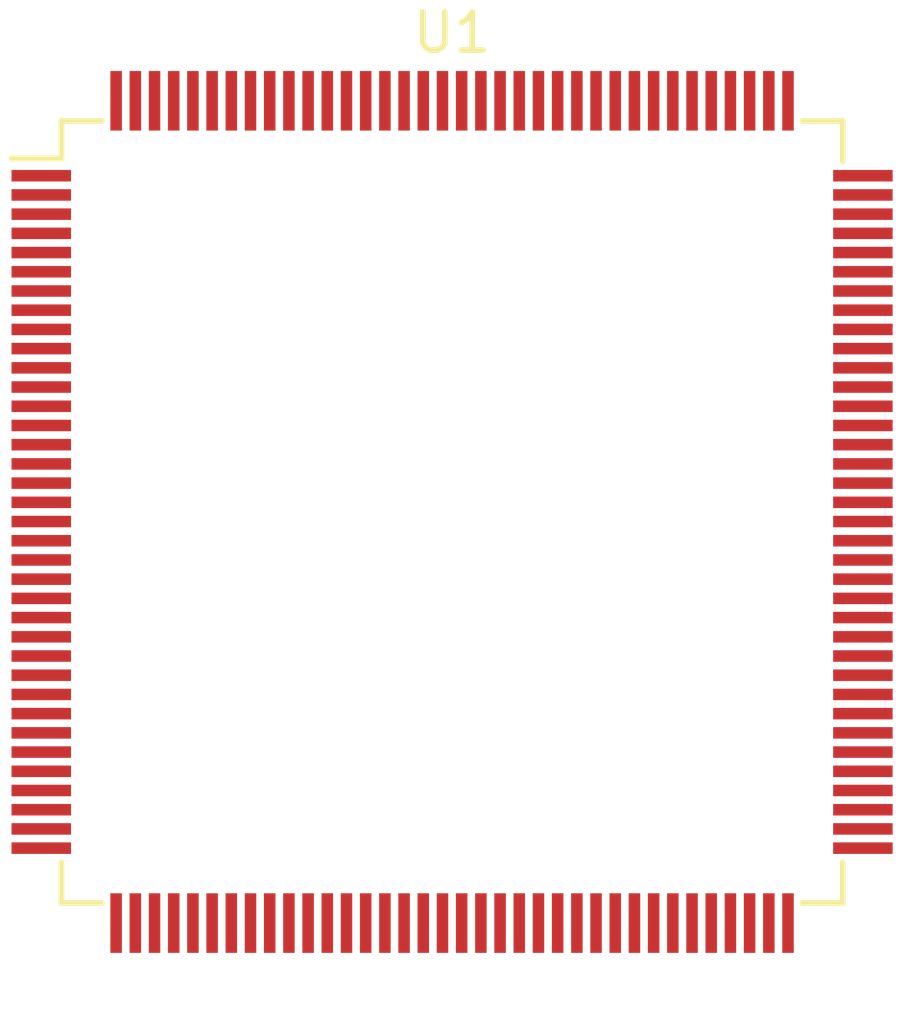
<source format=kicad_pcb>
(kicad_pcb (version 20170123) (host pcbnew "(2017-09-01 revision 8d1475135)-makepkg")

  (general
    (thickness 1.6)
    (drawings 0)
    (tracks 0)
    (zones 0)
    (modules 1)
    (nets 145)
  )

  (page A4)
  (layers
    (0 F.Cu signal)
    (31 B.Cu signal)
    (32 B.Adhes user)
    (33 F.Adhes user)
    (34 B.Paste user)
    (35 F.Paste user)
    (36 B.SilkS user)
    (37 F.SilkS user)
    (38 B.Mask user)
    (39 F.Mask user)
    (40 Dwgs.User user)
    (41 Cmts.User user)
    (42 Eco1.User user)
    (43 Eco2.User user)
    (44 Edge.Cuts user)
    (45 Margin user)
    (46 B.CrtYd user)
    (47 F.CrtYd user)
    (48 B.Fab user)
    (49 F.Fab user)
  )

  (setup
    (last_trace_width 0.25)
    (trace_clearance 0.2)
    (zone_clearance 0.508)
    (zone_45_only no)
    (trace_min 0.2)
    (segment_width 0.2)
    (edge_width 0.15)
    (via_size 0.8)
    (via_drill 0.4)
    (via_min_size 0.4)
    (via_min_drill 0.3)
    (uvia_size 0.3)
    (uvia_drill 0.1)
    (uvias_allowed no)
    (uvia_min_size 0.2)
    (uvia_min_drill 0.1)
    (pcb_text_width 0.3)
    (pcb_text_size 1.5 1.5)
    (mod_edge_width 0.15)
    (mod_text_size 1 1)
    (mod_text_width 0.15)
    (pad_size 1.524 1.524)
    (pad_drill 0.762)
    (pad_to_mask_clearance 0.2)
    (aux_axis_origin 0 0)
    (visible_elements FFFFFF7F)
    (pcbplotparams
      (layerselection 0x00030_ffffffff)
      (usegerberextensions false)
      (usegerberattributes true)
      (usegerberadvancedattributes true)
      (creategerberjobfile true)
      (excludeedgelayer true)
      (linewidth 0.100000)
      (plotframeref false)
      (viasonmask false)
      (mode 1)
      (useauxorigin false)
      (hpglpennumber 1)
      (hpglpenspeed 20)
      (hpglpendiameter 15)
      (psnegative false)
      (psa4output false)
      (plotreference true)
      (plotvalue true)
      (plotinvisibletext false)
      (padsonsilk false)
      (subtractmaskfromsilk false)
      (outputformat 1)
      (mirror false)
      (drillshape 1)
      (scaleselection 1)
      (outputdirectory ""))
  )

  (net 0 "")
  (net 1 "Net-(U1-Pad144)")
  (net 2 "Net-(U1-Pad143)")
  (net 3 "Net-(U1-Pad142)")
  (net 4 "Net-(U1-Pad141)")
  (net 5 "Net-(U1-Pad140)")
  (net 6 "Net-(U1-Pad139)")
  (net 7 "Net-(U1-Pad138)")
  (net 8 "Net-(U1-Pad137)")
  (net 9 "Net-(U1-Pad136)")
  (net 10 "Net-(U1-Pad135)")
  (net 11 "Net-(U1-Pad134)")
  (net 12 "Net-(U1-Pad133)")
  (net 13 "Net-(U1-Pad132)")
  (net 14 "Net-(U1-Pad131)")
  (net 15 "Net-(U1-Pad130)")
  (net 16 "Net-(U1-Pad129)")
  (net 17 "Net-(U1-Pad128)")
  (net 18 "Net-(U1-Pad127)")
  (net 19 "Net-(U1-Pad126)")
  (net 20 "Net-(U1-Pad125)")
  (net 21 "Net-(U1-Pad124)")
  (net 22 "Net-(U1-Pad123)")
  (net 23 "Net-(U1-Pad122)")
  (net 24 "Net-(U1-Pad121)")
  (net 25 "Net-(U1-Pad120)")
  (net 26 "Net-(U1-Pad119)")
  (net 27 "Net-(U1-Pad118)")
  (net 28 "Net-(U1-Pad117)")
  (net 29 "Net-(U1-Pad116)")
  (net 30 "Net-(U1-Pad115)")
  (net 31 "Net-(U1-Pad114)")
  (net 32 "Net-(U1-Pad113)")
  (net 33 "Net-(U1-Pad112)")
  (net 34 "Net-(U1-Pad111)")
  (net 35 "Net-(U1-Pad110)")
  (net 36 "Net-(U1-Pad109)")
  (net 37 "Net-(U1-Pad108)")
  (net 38 "Net-(U1-Pad107)")
  (net 39 "Net-(U1-Pad106)")
  (net 40 "Net-(U1-Pad105)")
  (net 41 "Net-(U1-Pad104)")
  (net 42 "Net-(U1-Pad103)")
  (net 43 "Net-(U1-Pad102)")
  (net 44 "Net-(U1-Pad101)")
  (net 45 "Net-(U1-Pad100)")
  (net 46 "Net-(U1-Pad99)")
  (net 47 "Net-(U1-Pad98)")
  (net 48 "Net-(U1-Pad97)")
  (net 49 "Net-(U1-Pad96)")
  (net 50 "Net-(U1-Pad95)")
  (net 51 "Net-(U1-Pad94)")
  (net 52 "Net-(U1-Pad93)")
  (net 53 "Net-(U1-Pad92)")
  (net 54 "Net-(U1-Pad91)")
  (net 55 "Net-(U1-Pad90)")
  (net 56 "Net-(U1-Pad89)")
  (net 57 "Net-(U1-Pad88)")
  (net 58 "Net-(U1-Pad87)")
  (net 59 "Net-(U1-Pad86)")
  (net 60 "Net-(U1-Pad85)")
  (net 61 "Net-(U1-Pad84)")
  (net 62 "Net-(U1-Pad83)")
  (net 63 "Net-(U1-Pad82)")
  (net 64 "Net-(U1-Pad81)")
  (net 65 "Net-(U1-Pad80)")
  (net 66 "Net-(U1-Pad79)")
  (net 67 "Net-(U1-Pad78)")
  (net 68 "Net-(U1-Pad77)")
  (net 69 "Net-(U1-Pad76)")
  (net 70 "Net-(U1-Pad75)")
  (net 71 "Net-(U1-Pad74)")
  (net 72 "Net-(U1-Pad73)")
  (net 73 "Net-(U1-Pad72)")
  (net 74 "Net-(U1-Pad71)")
  (net 75 "Net-(U1-Pad70)")
  (net 76 "Net-(U1-Pad69)")
  (net 77 "Net-(U1-Pad68)")
  (net 78 "Net-(U1-Pad67)")
  (net 79 "Net-(U1-Pad66)")
  (net 80 "Net-(U1-Pad65)")
  (net 81 "Net-(U1-Pad64)")
  (net 82 "Net-(U1-Pad63)")
  (net 83 "Net-(U1-Pad62)")
  (net 84 "Net-(U1-Pad61)")
  (net 85 "Net-(U1-Pad60)")
  (net 86 "Net-(U1-Pad59)")
  (net 87 "Net-(U1-Pad58)")
  (net 88 "Net-(U1-Pad57)")
  (net 89 "Net-(U1-Pad56)")
  (net 90 "Net-(U1-Pad55)")
  (net 91 "Net-(U1-Pad54)")
  (net 92 "Net-(U1-Pad53)")
  (net 93 "Net-(U1-Pad52)")
  (net 94 "Net-(U1-Pad51)")
  (net 95 "Net-(U1-Pad50)")
  (net 96 "Net-(U1-Pad49)")
  (net 97 "Net-(U1-Pad48)")
  (net 98 "Net-(U1-Pad47)")
  (net 99 "Net-(U1-Pad46)")
  (net 100 "Net-(U1-Pad45)")
  (net 101 "Net-(U1-Pad44)")
  (net 102 "Net-(U1-Pad43)")
  (net 103 "Net-(U1-Pad42)")
  (net 104 "Net-(U1-Pad41)")
  (net 105 "Net-(U1-Pad40)")
  (net 106 "Net-(U1-Pad39)")
  (net 107 "Net-(U1-Pad38)")
  (net 108 "Net-(U1-Pad37)")
  (net 109 "Net-(U1-Pad36)")
  (net 110 "Net-(U1-Pad35)")
  (net 111 "Net-(U1-Pad34)")
  (net 112 "Net-(U1-Pad33)")
  (net 113 "Net-(U1-Pad32)")
  (net 114 "Net-(U1-Pad31)")
  (net 115 "Net-(U1-Pad30)")
  (net 116 "Net-(U1-Pad29)")
  (net 117 "Net-(U1-Pad28)")
  (net 118 "Net-(U1-Pad27)")
  (net 119 "Net-(U1-Pad26)")
  (net 120 "Net-(U1-Pad25)")
  (net 121 "Net-(U1-Pad24)")
  (net 122 "Net-(U1-Pad23)")
  (net 123 "Net-(U1-Pad22)")
  (net 124 "Net-(U1-Pad21)")
  (net 125 "Net-(U1-Pad20)")
  (net 126 "Net-(U1-Pad19)")
  (net 127 "Net-(U1-Pad18)")
  (net 128 "Net-(U1-Pad17)")
  (net 129 "Net-(U1-Pad16)")
  (net 130 "Net-(U1-Pad15)")
  (net 131 "Net-(U1-Pad14)")
  (net 132 "Net-(U1-Pad13)")
  (net 133 "Net-(U1-Pad12)")
  (net 134 "Net-(U1-Pad11)")
  (net 135 "Net-(U1-Pad10)")
  (net 136 "Net-(U1-Pad9)")
  (net 137 "Net-(U1-Pad8)")
  (net 138 "Net-(U1-Pad7)")
  (net 139 "Net-(U1-Pad6)")
  (net 140 "Net-(U1-Pad5)")
  (net 141 "Net-(U1-Pad4)")
  (net 142 "Net-(U1-Pad3)")
  (net 143 "Net-(U1-Pad2)")
  (net 144 "Net-(U1-Pad1)")

  (net_class Default "This is the default net class."
    (clearance 0.2)
    (trace_width 0.25)
    (via_dia 0.8)
    (via_drill 0.4)
    (uvia_dia 0.3)
    (uvia_drill 0.1)
    (add_net "Net-(U1-Pad1)")
    (add_net "Net-(U1-Pad10)")
    (add_net "Net-(U1-Pad100)")
    (add_net "Net-(U1-Pad101)")
    (add_net "Net-(U1-Pad102)")
    (add_net "Net-(U1-Pad103)")
    (add_net "Net-(U1-Pad104)")
    (add_net "Net-(U1-Pad105)")
    (add_net "Net-(U1-Pad106)")
    (add_net "Net-(U1-Pad107)")
    (add_net "Net-(U1-Pad108)")
    (add_net "Net-(U1-Pad109)")
    (add_net "Net-(U1-Pad11)")
    (add_net "Net-(U1-Pad110)")
    (add_net "Net-(U1-Pad111)")
    (add_net "Net-(U1-Pad112)")
    (add_net "Net-(U1-Pad113)")
    (add_net "Net-(U1-Pad114)")
    (add_net "Net-(U1-Pad115)")
    (add_net "Net-(U1-Pad116)")
    (add_net "Net-(U1-Pad117)")
    (add_net "Net-(U1-Pad118)")
    (add_net "Net-(U1-Pad119)")
    (add_net "Net-(U1-Pad12)")
    (add_net "Net-(U1-Pad120)")
    (add_net "Net-(U1-Pad121)")
    (add_net "Net-(U1-Pad122)")
    (add_net "Net-(U1-Pad123)")
    (add_net "Net-(U1-Pad124)")
    (add_net "Net-(U1-Pad125)")
    (add_net "Net-(U1-Pad126)")
    (add_net "Net-(U1-Pad127)")
    (add_net "Net-(U1-Pad128)")
    (add_net "Net-(U1-Pad129)")
    (add_net "Net-(U1-Pad13)")
    (add_net "Net-(U1-Pad130)")
    (add_net "Net-(U1-Pad131)")
    (add_net "Net-(U1-Pad132)")
    (add_net "Net-(U1-Pad133)")
    (add_net "Net-(U1-Pad134)")
    (add_net "Net-(U1-Pad135)")
    (add_net "Net-(U1-Pad136)")
    (add_net "Net-(U1-Pad137)")
    (add_net "Net-(U1-Pad138)")
    (add_net "Net-(U1-Pad139)")
    (add_net "Net-(U1-Pad14)")
    (add_net "Net-(U1-Pad140)")
    (add_net "Net-(U1-Pad141)")
    (add_net "Net-(U1-Pad142)")
    (add_net "Net-(U1-Pad143)")
    (add_net "Net-(U1-Pad144)")
    (add_net "Net-(U1-Pad15)")
    (add_net "Net-(U1-Pad16)")
    (add_net "Net-(U1-Pad17)")
    (add_net "Net-(U1-Pad18)")
    (add_net "Net-(U1-Pad19)")
    (add_net "Net-(U1-Pad2)")
    (add_net "Net-(U1-Pad20)")
    (add_net "Net-(U1-Pad21)")
    (add_net "Net-(U1-Pad22)")
    (add_net "Net-(U1-Pad23)")
    (add_net "Net-(U1-Pad24)")
    (add_net "Net-(U1-Pad25)")
    (add_net "Net-(U1-Pad26)")
    (add_net "Net-(U1-Pad27)")
    (add_net "Net-(U1-Pad28)")
    (add_net "Net-(U1-Pad29)")
    (add_net "Net-(U1-Pad3)")
    (add_net "Net-(U1-Pad30)")
    (add_net "Net-(U1-Pad31)")
    (add_net "Net-(U1-Pad32)")
    (add_net "Net-(U1-Pad33)")
    (add_net "Net-(U1-Pad34)")
    (add_net "Net-(U1-Pad35)")
    (add_net "Net-(U1-Pad36)")
    (add_net "Net-(U1-Pad37)")
    (add_net "Net-(U1-Pad38)")
    (add_net "Net-(U1-Pad39)")
    (add_net "Net-(U1-Pad4)")
    (add_net "Net-(U1-Pad40)")
    (add_net "Net-(U1-Pad41)")
    (add_net "Net-(U1-Pad42)")
    (add_net "Net-(U1-Pad43)")
    (add_net "Net-(U1-Pad44)")
    (add_net "Net-(U1-Pad45)")
    (add_net "Net-(U1-Pad46)")
    (add_net "Net-(U1-Pad47)")
    (add_net "Net-(U1-Pad48)")
    (add_net "Net-(U1-Pad49)")
    (add_net "Net-(U1-Pad5)")
    (add_net "Net-(U1-Pad50)")
    (add_net "Net-(U1-Pad51)")
    (add_net "Net-(U1-Pad52)")
    (add_net "Net-(U1-Pad53)")
    (add_net "Net-(U1-Pad54)")
    (add_net "Net-(U1-Pad55)")
    (add_net "Net-(U1-Pad56)")
    (add_net "Net-(U1-Pad57)")
    (add_net "Net-(U1-Pad58)")
    (add_net "Net-(U1-Pad59)")
    (add_net "Net-(U1-Pad6)")
    (add_net "Net-(U1-Pad60)")
    (add_net "Net-(U1-Pad61)")
    (add_net "Net-(U1-Pad62)")
    (add_net "Net-(U1-Pad63)")
    (add_net "Net-(U1-Pad64)")
    (add_net "Net-(U1-Pad65)")
    (add_net "Net-(U1-Pad66)")
    (add_net "Net-(U1-Pad67)")
    (add_net "Net-(U1-Pad68)")
    (add_net "Net-(U1-Pad69)")
    (add_net "Net-(U1-Pad7)")
    (add_net "Net-(U1-Pad70)")
    (add_net "Net-(U1-Pad71)")
    (add_net "Net-(U1-Pad72)")
    (add_net "Net-(U1-Pad73)")
    (add_net "Net-(U1-Pad74)")
    (add_net "Net-(U1-Pad75)")
    (add_net "Net-(U1-Pad76)")
    (add_net "Net-(U1-Pad77)")
    (add_net "Net-(U1-Pad78)")
    (add_net "Net-(U1-Pad79)")
    (add_net "Net-(U1-Pad8)")
    (add_net "Net-(U1-Pad80)")
    (add_net "Net-(U1-Pad81)")
    (add_net "Net-(U1-Pad82)")
    (add_net "Net-(U1-Pad83)")
    (add_net "Net-(U1-Pad84)")
    (add_net "Net-(U1-Pad85)")
    (add_net "Net-(U1-Pad86)")
    (add_net "Net-(U1-Pad87)")
    (add_net "Net-(U1-Pad88)")
    (add_net "Net-(U1-Pad89)")
    (add_net "Net-(U1-Pad9)")
    (add_net "Net-(U1-Pad90)")
    (add_net "Net-(U1-Pad91)")
    (add_net "Net-(U1-Pad92)")
    (add_net "Net-(U1-Pad93)")
    (add_net "Net-(U1-Pad94)")
    (add_net "Net-(U1-Pad95)")
    (add_net "Net-(U1-Pad96)")
    (add_net "Net-(U1-Pad97)")
    (add_net "Net-(U1-Pad98)")
    (add_net "Net-(U1-Pad99)")
  )

  (module Housings_QFP:LQFP-144_20x20mm_Pitch0.5mm (layer F.Cu) (tedit 58CC9A46) (tstamp 59F28B49)
    (at 155.6 112.3)
    (descr "144-Lead Plastic Low Profile Quad Flatpack (PL) - 20x20x1.40 mm Body [LQFP], 2.00 mm Footprint (see Microchip Packaging Specification 00000049BS.pdf)")
    (tags "QFP 0.5")
    (path /59F23773)
    (attr smd)
    (fp_text reference U1 (at 0 -12.475) (layer F.SilkS)
      (effects (font (size 1 1) (thickness 0.15)))
    )
    (fp_text value STM32F303ZETx (at 0 12.475) (layer F.Fab)
      (effects (font (size 1 1) (thickness 0.15)))
    )
    (fp_line (start -10.175 -9.2) (end -11.475 -9.2) (layer F.SilkS) (width 0.15))
    (fp_line (start 10.175 -10.175) (end 9.125 -10.175) (layer F.SilkS) (width 0.15))
    (fp_line (start 10.175 10.175) (end 9.125 10.175) (layer F.SilkS) (width 0.15))
    (fp_line (start -10.175 10.175) (end -9.125 10.175) (layer F.SilkS) (width 0.15))
    (fp_line (start -10.175 -10.175) (end -9.125 -10.175) (layer F.SilkS) (width 0.15))
    (fp_line (start -10.175 10.175) (end -10.175 9.125) (layer F.SilkS) (width 0.15))
    (fp_line (start 10.175 10.175) (end 10.175 9.125) (layer F.SilkS) (width 0.15))
    (fp_line (start 10.175 -10.175) (end 10.175 -9.125) (layer F.SilkS) (width 0.15))
    (fp_line (start -10.175 -10.175) (end -10.175 -9.2) (layer F.SilkS) (width 0.15))
    (fp_line (start -11.75 11.75) (end 11.75 11.75) (layer F.CrtYd) (width 0.05))
    (fp_line (start -11.75 -11.75) (end 11.75 -11.75) (layer F.CrtYd) (width 0.05))
    (fp_line (start 11.75 -11.75) (end 11.75 11.75) (layer F.CrtYd) (width 0.05))
    (fp_line (start -11.75 -11.75) (end -11.75 11.75) (layer F.CrtYd) (width 0.05))
    (fp_line (start -10 -9) (end -9 -10) (layer F.Fab) (width 0.15))
    (fp_line (start -10 10) (end -10 -9) (layer F.Fab) (width 0.15))
    (fp_line (start 10 10) (end -10 10) (layer F.Fab) (width 0.15))
    (fp_line (start 10 -10) (end 10 10) (layer F.Fab) (width 0.15))
    (fp_line (start -9 -10) (end 10 -10) (layer F.Fab) (width 0.15))
    (fp_text user %R (at 0 0) (layer F.Fab)
      (effects (font (size 1 1) (thickness 0.15)))
    )
    (pad 144 smd rect (at -8.75 -10.7 90) (size 1.55 0.3) (layers F.Cu F.Paste F.Mask)
      (net 1 "Net-(U1-Pad144)"))
    (pad 143 smd rect (at -8.25 -10.7 90) (size 1.55 0.3) (layers F.Cu F.Paste F.Mask)
      (net 2 "Net-(U1-Pad143)"))
    (pad 142 smd rect (at -7.75 -10.7 90) (size 1.55 0.3) (layers F.Cu F.Paste F.Mask)
      (net 3 "Net-(U1-Pad142)"))
    (pad 141 smd rect (at -7.25 -10.7 90) (size 1.55 0.3) (layers F.Cu F.Paste F.Mask)
      (net 4 "Net-(U1-Pad141)"))
    (pad 140 smd rect (at -6.75 -10.7 90) (size 1.55 0.3) (layers F.Cu F.Paste F.Mask)
      (net 5 "Net-(U1-Pad140)"))
    (pad 139 smd rect (at -6.25 -10.7 90) (size 1.55 0.3) (layers F.Cu F.Paste F.Mask)
      (net 6 "Net-(U1-Pad139)"))
    (pad 138 smd rect (at -5.75 -10.7 90) (size 1.55 0.3) (layers F.Cu F.Paste F.Mask)
      (net 7 "Net-(U1-Pad138)"))
    (pad 137 smd rect (at -5.25 -10.7 90) (size 1.55 0.3) (layers F.Cu F.Paste F.Mask)
      (net 8 "Net-(U1-Pad137)"))
    (pad 136 smd rect (at -4.75 -10.7 90) (size 1.55 0.3) (layers F.Cu F.Paste F.Mask)
      (net 9 "Net-(U1-Pad136)"))
    (pad 135 smd rect (at -4.25 -10.7 90) (size 1.55 0.3) (layers F.Cu F.Paste F.Mask)
      (net 10 "Net-(U1-Pad135)"))
    (pad 134 smd rect (at -3.75 -10.7 90) (size 1.55 0.3) (layers F.Cu F.Paste F.Mask)
      (net 11 "Net-(U1-Pad134)"))
    (pad 133 smd rect (at -3.25 -10.7 90) (size 1.55 0.3) (layers F.Cu F.Paste F.Mask)
      (net 12 "Net-(U1-Pad133)"))
    (pad 132 smd rect (at -2.75 -10.7 90) (size 1.55 0.3) (layers F.Cu F.Paste F.Mask)
      (net 13 "Net-(U1-Pad132)"))
    (pad 131 smd rect (at -2.25 -10.7 90) (size 1.55 0.3) (layers F.Cu F.Paste F.Mask)
      (net 14 "Net-(U1-Pad131)"))
    (pad 130 smd rect (at -1.75 -10.7 90) (size 1.55 0.3) (layers F.Cu F.Paste F.Mask)
      (net 15 "Net-(U1-Pad130)"))
    (pad 129 smd rect (at -1.25 -10.7 90) (size 1.55 0.3) (layers F.Cu F.Paste F.Mask)
      (net 16 "Net-(U1-Pad129)"))
    (pad 128 smd rect (at -0.75 -10.7 90) (size 1.55 0.3) (layers F.Cu F.Paste F.Mask)
      (net 17 "Net-(U1-Pad128)"))
    (pad 127 smd rect (at -0.25 -10.7 90) (size 1.55 0.3) (layers F.Cu F.Paste F.Mask)
      (net 18 "Net-(U1-Pad127)"))
    (pad 126 smd rect (at 0.25 -10.7 90) (size 1.55 0.3) (layers F.Cu F.Paste F.Mask)
      (net 19 "Net-(U1-Pad126)"))
    (pad 125 smd rect (at 0.75 -10.7 90) (size 1.55 0.3) (layers F.Cu F.Paste F.Mask)
      (net 20 "Net-(U1-Pad125)"))
    (pad 124 smd rect (at 1.25 -10.7 90) (size 1.55 0.3) (layers F.Cu F.Paste F.Mask)
      (net 21 "Net-(U1-Pad124)"))
    (pad 123 smd rect (at 1.75 -10.7 90) (size 1.55 0.3) (layers F.Cu F.Paste F.Mask)
      (net 22 "Net-(U1-Pad123)"))
    (pad 122 smd rect (at 2.25 -10.7 90) (size 1.55 0.3) (layers F.Cu F.Paste F.Mask)
      (net 23 "Net-(U1-Pad122)"))
    (pad 121 smd rect (at 2.75 -10.7 90) (size 1.55 0.3) (layers F.Cu F.Paste F.Mask)
      (net 24 "Net-(U1-Pad121)"))
    (pad 120 smd rect (at 3.25 -10.7 90) (size 1.55 0.3) (layers F.Cu F.Paste F.Mask)
      (net 25 "Net-(U1-Pad120)"))
    (pad 119 smd rect (at 3.75 -10.7 90) (size 1.55 0.3) (layers F.Cu F.Paste F.Mask)
      (net 26 "Net-(U1-Pad119)"))
    (pad 118 smd rect (at 4.25 -10.7 90) (size 1.55 0.3) (layers F.Cu F.Paste F.Mask)
      (net 27 "Net-(U1-Pad118)"))
    (pad 117 smd rect (at 4.75 -10.7 90) (size 1.55 0.3) (layers F.Cu F.Paste F.Mask)
      (net 28 "Net-(U1-Pad117)"))
    (pad 116 smd rect (at 5.25 -10.7 90) (size 1.55 0.3) (layers F.Cu F.Paste F.Mask)
      (net 29 "Net-(U1-Pad116)"))
    (pad 115 smd rect (at 5.75 -10.7 90) (size 1.55 0.3) (layers F.Cu F.Paste F.Mask)
      (net 30 "Net-(U1-Pad115)"))
    (pad 114 smd rect (at 6.25 -10.7 90) (size 1.55 0.3) (layers F.Cu F.Paste F.Mask)
      (net 31 "Net-(U1-Pad114)"))
    (pad 113 smd rect (at 6.75 -10.7 90) (size 1.55 0.3) (layers F.Cu F.Paste F.Mask)
      (net 32 "Net-(U1-Pad113)"))
    (pad 112 smd rect (at 7.25 -10.7 90) (size 1.55 0.3) (layers F.Cu F.Paste F.Mask)
      (net 33 "Net-(U1-Pad112)"))
    (pad 111 smd rect (at 7.75 -10.7 90) (size 1.55 0.3) (layers F.Cu F.Paste F.Mask)
      (net 34 "Net-(U1-Pad111)"))
    (pad 110 smd rect (at 8.25 -10.7 90) (size 1.55 0.3) (layers F.Cu F.Paste F.Mask)
      (net 35 "Net-(U1-Pad110)"))
    (pad 109 smd rect (at 8.75 -10.7 90) (size 1.55 0.3) (layers F.Cu F.Paste F.Mask)
      (net 36 "Net-(U1-Pad109)"))
    (pad 108 smd rect (at 10.7 -8.75) (size 1.55 0.3) (layers F.Cu F.Paste F.Mask)
      (net 37 "Net-(U1-Pad108)"))
    (pad 107 smd rect (at 10.7 -8.25) (size 1.55 0.3) (layers F.Cu F.Paste F.Mask)
      (net 38 "Net-(U1-Pad107)"))
    (pad 106 smd rect (at 10.7 -7.75) (size 1.55 0.3) (layers F.Cu F.Paste F.Mask)
      (net 39 "Net-(U1-Pad106)"))
    (pad 105 smd rect (at 10.7 -7.25) (size 1.55 0.3) (layers F.Cu F.Paste F.Mask)
      (net 40 "Net-(U1-Pad105)"))
    (pad 104 smd rect (at 10.7 -6.75) (size 1.55 0.3) (layers F.Cu F.Paste F.Mask)
      (net 41 "Net-(U1-Pad104)"))
    (pad 103 smd rect (at 10.7 -6.25) (size 1.55 0.3) (layers F.Cu F.Paste F.Mask)
      (net 42 "Net-(U1-Pad103)"))
    (pad 102 smd rect (at 10.7 -5.75) (size 1.55 0.3) (layers F.Cu F.Paste F.Mask)
      (net 43 "Net-(U1-Pad102)"))
    (pad 101 smd rect (at 10.7 -5.25) (size 1.55 0.3) (layers F.Cu F.Paste F.Mask)
      (net 44 "Net-(U1-Pad101)"))
    (pad 100 smd rect (at 10.7 -4.75) (size 1.55 0.3) (layers F.Cu F.Paste F.Mask)
      (net 45 "Net-(U1-Pad100)"))
    (pad 99 smd rect (at 10.7 -4.25) (size 1.55 0.3) (layers F.Cu F.Paste F.Mask)
      (net 46 "Net-(U1-Pad99)"))
    (pad 98 smd rect (at 10.7 -3.75) (size 1.55 0.3) (layers F.Cu F.Paste F.Mask)
      (net 47 "Net-(U1-Pad98)"))
    (pad 97 smd rect (at 10.7 -3.25) (size 1.55 0.3) (layers F.Cu F.Paste F.Mask)
      (net 48 "Net-(U1-Pad97)"))
    (pad 96 smd rect (at 10.7 -2.75) (size 1.55 0.3) (layers F.Cu F.Paste F.Mask)
      (net 49 "Net-(U1-Pad96)"))
    (pad 95 smd rect (at 10.7 -2.25) (size 1.55 0.3) (layers F.Cu F.Paste F.Mask)
      (net 50 "Net-(U1-Pad95)"))
    (pad 94 smd rect (at 10.7 -1.75) (size 1.55 0.3) (layers F.Cu F.Paste F.Mask)
      (net 51 "Net-(U1-Pad94)"))
    (pad 93 smd rect (at 10.7 -1.25) (size 1.55 0.3) (layers F.Cu F.Paste F.Mask)
      (net 52 "Net-(U1-Pad93)"))
    (pad 92 smd rect (at 10.7 -0.75) (size 1.55 0.3) (layers F.Cu F.Paste F.Mask)
      (net 53 "Net-(U1-Pad92)"))
    (pad 91 smd rect (at 10.7 -0.25) (size 1.55 0.3) (layers F.Cu F.Paste F.Mask)
      (net 54 "Net-(U1-Pad91)"))
    (pad 90 smd rect (at 10.7 0.25) (size 1.55 0.3) (layers F.Cu F.Paste F.Mask)
      (net 55 "Net-(U1-Pad90)"))
    (pad 89 smd rect (at 10.7 0.75) (size 1.55 0.3) (layers F.Cu F.Paste F.Mask)
      (net 56 "Net-(U1-Pad89)"))
    (pad 88 smd rect (at 10.7 1.25) (size 1.55 0.3) (layers F.Cu F.Paste F.Mask)
      (net 57 "Net-(U1-Pad88)"))
    (pad 87 smd rect (at 10.7 1.75) (size 1.55 0.3) (layers F.Cu F.Paste F.Mask)
      (net 58 "Net-(U1-Pad87)"))
    (pad 86 smd rect (at 10.7 2.25) (size 1.55 0.3) (layers F.Cu F.Paste F.Mask)
      (net 59 "Net-(U1-Pad86)"))
    (pad 85 smd rect (at 10.7 2.75) (size 1.55 0.3) (layers F.Cu F.Paste F.Mask)
      (net 60 "Net-(U1-Pad85)"))
    (pad 84 smd rect (at 10.7 3.25) (size 1.55 0.3) (layers F.Cu F.Paste F.Mask)
      (net 61 "Net-(U1-Pad84)"))
    (pad 83 smd rect (at 10.7 3.75) (size 1.55 0.3) (layers F.Cu F.Paste F.Mask)
      (net 62 "Net-(U1-Pad83)"))
    (pad 82 smd rect (at 10.7 4.25) (size 1.55 0.3) (layers F.Cu F.Paste F.Mask)
      (net 63 "Net-(U1-Pad82)"))
    (pad 81 smd rect (at 10.7 4.75) (size 1.55 0.3) (layers F.Cu F.Paste F.Mask)
      (net 64 "Net-(U1-Pad81)"))
    (pad 80 smd rect (at 10.7 5.25) (size 1.55 0.3) (layers F.Cu F.Paste F.Mask)
      (net 65 "Net-(U1-Pad80)"))
    (pad 79 smd rect (at 10.7 5.75) (size 1.55 0.3) (layers F.Cu F.Paste F.Mask)
      (net 66 "Net-(U1-Pad79)"))
    (pad 78 smd rect (at 10.7 6.25) (size 1.55 0.3) (layers F.Cu F.Paste F.Mask)
      (net 67 "Net-(U1-Pad78)"))
    (pad 77 smd rect (at 10.7 6.75) (size 1.55 0.3) (layers F.Cu F.Paste F.Mask)
      (net 68 "Net-(U1-Pad77)"))
    (pad 76 smd rect (at 10.7 7.25) (size 1.55 0.3) (layers F.Cu F.Paste F.Mask)
      (net 69 "Net-(U1-Pad76)"))
    (pad 75 smd rect (at 10.7 7.75) (size 1.55 0.3) (layers F.Cu F.Paste F.Mask)
      (net 70 "Net-(U1-Pad75)"))
    (pad 74 smd rect (at 10.7 8.25) (size 1.55 0.3) (layers F.Cu F.Paste F.Mask)
      (net 71 "Net-(U1-Pad74)"))
    (pad 73 smd rect (at 10.7 8.75) (size 1.55 0.3) (layers F.Cu F.Paste F.Mask)
      (net 72 "Net-(U1-Pad73)"))
    (pad 72 smd rect (at 8.75 10.7 90) (size 1.55 0.3) (layers F.Cu F.Paste F.Mask)
      (net 73 "Net-(U1-Pad72)"))
    (pad 71 smd rect (at 8.25 10.7 90) (size 1.55 0.3) (layers F.Cu F.Paste F.Mask)
      (net 74 "Net-(U1-Pad71)"))
    (pad 70 smd rect (at 7.75 10.7 90) (size 1.55 0.3) (layers F.Cu F.Paste F.Mask)
      (net 75 "Net-(U1-Pad70)"))
    (pad 69 smd rect (at 7.25 10.7 90) (size 1.55 0.3) (layers F.Cu F.Paste F.Mask)
      (net 76 "Net-(U1-Pad69)"))
    (pad 68 smd rect (at 6.75 10.7 90) (size 1.55 0.3) (layers F.Cu F.Paste F.Mask)
      (net 77 "Net-(U1-Pad68)"))
    (pad 67 smd rect (at 6.25 10.7 90) (size 1.55 0.3) (layers F.Cu F.Paste F.Mask)
      (net 78 "Net-(U1-Pad67)"))
    (pad 66 smd rect (at 5.75 10.7 90) (size 1.55 0.3) (layers F.Cu F.Paste F.Mask)
      (net 79 "Net-(U1-Pad66)"))
    (pad 65 smd rect (at 5.25 10.7 90) (size 1.55 0.3) (layers F.Cu F.Paste F.Mask)
      (net 80 "Net-(U1-Pad65)"))
    (pad 64 smd rect (at 4.75 10.7 90) (size 1.55 0.3) (layers F.Cu F.Paste F.Mask)
      (net 81 "Net-(U1-Pad64)"))
    (pad 63 smd rect (at 4.25 10.7 90) (size 1.55 0.3) (layers F.Cu F.Paste F.Mask)
      (net 82 "Net-(U1-Pad63)"))
    (pad 62 smd rect (at 3.75 10.7 90) (size 1.55 0.3) (layers F.Cu F.Paste F.Mask)
      (net 83 "Net-(U1-Pad62)"))
    (pad 61 smd rect (at 3.25 10.7 90) (size 1.55 0.3) (layers F.Cu F.Paste F.Mask)
      (net 84 "Net-(U1-Pad61)"))
    (pad 60 smd rect (at 2.75 10.7 90) (size 1.55 0.3) (layers F.Cu F.Paste F.Mask)
      (net 85 "Net-(U1-Pad60)"))
    (pad 59 smd rect (at 2.25 10.7 90) (size 1.55 0.3) (layers F.Cu F.Paste F.Mask)
      (net 86 "Net-(U1-Pad59)"))
    (pad 58 smd rect (at 1.75 10.7 90) (size 1.55 0.3) (layers F.Cu F.Paste F.Mask)
      (net 87 "Net-(U1-Pad58)"))
    (pad 57 smd rect (at 1.25 10.7 90) (size 1.55 0.3) (layers F.Cu F.Paste F.Mask)
      (net 88 "Net-(U1-Pad57)"))
    (pad 56 smd rect (at 0.75 10.7 90) (size 1.55 0.3) (layers F.Cu F.Paste F.Mask)
      (net 89 "Net-(U1-Pad56)"))
    (pad 55 smd rect (at 0.25 10.7 90) (size 1.55 0.3) (layers F.Cu F.Paste F.Mask)
      (net 90 "Net-(U1-Pad55)"))
    (pad 54 smd rect (at -0.25 10.7 90) (size 1.55 0.3) (layers F.Cu F.Paste F.Mask)
      (net 91 "Net-(U1-Pad54)"))
    (pad 53 smd rect (at -0.75 10.7 90) (size 1.55 0.3) (layers F.Cu F.Paste F.Mask)
      (net 92 "Net-(U1-Pad53)"))
    (pad 52 smd rect (at -1.25 10.7 90) (size 1.55 0.3) (layers F.Cu F.Paste F.Mask)
      (net 93 "Net-(U1-Pad52)"))
    (pad 51 smd rect (at -1.75 10.7 90) (size 1.55 0.3) (layers F.Cu F.Paste F.Mask)
      (net 94 "Net-(U1-Pad51)"))
    (pad 50 smd rect (at -2.25 10.7 90) (size 1.55 0.3) (layers F.Cu F.Paste F.Mask)
      (net 95 "Net-(U1-Pad50)"))
    (pad 49 smd rect (at -2.75 10.7 90) (size 1.55 0.3) (layers F.Cu F.Paste F.Mask)
      (net 96 "Net-(U1-Pad49)"))
    (pad 48 smd rect (at -3.25 10.7 90) (size 1.55 0.3) (layers F.Cu F.Paste F.Mask)
      (net 97 "Net-(U1-Pad48)"))
    (pad 47 smd rect (at -3.75 10.7 90) (size 1.55 0.3) (layers F.Cu F.Paste F.Mask)
      (net 98 "Net-(U1-Pad47)"))
    (pad 46 smd rect (at -4.25 10.7 90) (size 1.55 0.3) (layers F.Cu F.Paste F.Mask)
      (net 99 "Net-(U1-Pad46)"))
    (pad 45 smd rect (at -4.75 10.7 90) (size 1.55 0.3) (layers F.Cu F.Paste F.Mask)
      (net 100 "Net-(U1-Pad45)"))
    (pad 44 smd rect (at -5.25 10.7 90) (size 1.55 0.3) (layers F.Cu F.Paste F.Mask)
      (net 101 "Net-(U1-Pad44)"))
    (pad 43 smd rect (at -5.75 10.7 90) (size 1.55 0.3) (layers F.Cu F.Paste F.Mask)
      (net 102 "Net-(U1-Pad43)"))
    (pad 42 smd rect (at -6.25 10.7 90) (size 1.55 0.3) (layers F.Cu F.Paste F.Mask)
      (net 103 "Net-(U1-Pad42)"))
    (pad 41 smd rect (at -6.75 10.7 90) (size 1.55 0.3) (layers F.Cu F.Paste F.Mask)
      (net 104 "Net-(U1-Pad41)"))
    (pad 40 smd rect (at -7.25 10.7 90) (size 1.55 0.3) (layers F.Cu F.Paste F.Mask)
      (net 105 "Net-(U1-Pad40)"))
    (pad 39 smd rect (at -7.75 10.7 90) (size 1.55 0.3) (layers F.Cu F.Paste F.Mask)
      (net 106 "Net-(U1-Pad39)"))
    (pad 38 smd rect (at -8.25 10.7 90) (size 1.55 0.3) (layers F.Cu F.Paste F.Mask)
      (net 107 "Net-(U1-Pad38)"))
    (pad 37 smd rect (at -8.75 10.7 90) (size 1.55 0.3) (layers F.Cu F.Paste F.Mask)
      (net 108 "Net-(U1-Pad37)"))
    (pad 36 smd rect (at -10.7 8.75) (size 1.55 0.3) (layers F.Cu F.Paste F.Mask)
      (net 109 "Net-(U1-Pad36)"))
    (pad 35 smd rect (at -10.7 8.25) (size 1.55 0.3) (layers F.Cu F.Paste F.Mask)
      (net 110 "Net-(U1-Pad35)"))
    (pad 34 smd rect (at -10.7 7.75) (size 1.55 0.3) (layers F.Cu F.Paste F.Mask)
      (net 111 "Net-(U1-Pad34)"))
    (pad 33 smd rect (at -10.7 7.25) (size 1.55 0.3) (layers F.Cu F.Paste F.Mask)
      (net 112 "Net-(U1-Pad33)"))
    (pad 32 smd rect (at -10.7 6.75) (size 1.55 0.3) (layers F.Cu F.Paste F.Mask)
      (net 113 "Net-(U1-Pad32)"))
    (pad 31 smd rect (at -10.7 6.25) (size 1.55 0.3) (layers F.Cu F.Paste F.Mask)
      (net 114 "Net-(U1-Pad31)"))
    (pad 30 smd rect (at -10.7 5.75) (size 1.55 0.3) (layers F.Cu F.Paste F.Mask)
      (net 115 "Net-(U1-Pad30)"))
    (pad 29 smd rect (at -10.7 5.25) (size 1.55 0.3) (layers F.Cu F.Paste F.Mask)
      (net 116 "Net-(U1-Pad29)"))
    (pad 28 smd rect (at -10.7 4.75) (size 1.55 0.3) (layers F.Cu F.Paste F.Mask)
      (net 117 "Net-(U1-Pad28)"))
    (pad 27 smd rect (at -10.7 4.25) (size 1.55 0.3) (layers F.Cu F.Paste F.Mask)
      (net 118 "Net-(U1-Pad27)"))
    (pad 26 smd rect (at -10.7 3.75) (size 1.55 0.3) (layers F.Cu F.Paste F.Mask)
      (net 119 "Net-(U1-Pad26)"))
    (pad 25 smd rect (at -10.7 3.25) (size 1.55 0.3) (layers F.Cu F.Paste F.Mask)
      (net 120 "Net-(U1-Pad25)"))
    (pad 24 smd rect (at -10.7 2.75) (size 1.55 0.3) (layers F.Cu F.Paste F.Mask)
      (net 121 "Net-(U1-Pad24)"))
    (pad 23 smd rect (at -10.7 2.25) (size 1.55 0.3) (layers F.Cu F.Paste F.Mask)
      (net 122 "Net-(U1-Pad23)"))
    (pad 22 smd rect (at -10.7 1.75) (size 1.55 0.3) (layers F.Cu F.Paste F.Mask)
      (net 123 "Net-(U1-Pad22)"))
    (pad 21 smd rect (at -10.7 1.25) (size 1.55 0.3) (layers F.Cu F.Paste F.Mask)
      (net 124 "Net-(U1-Pad21)"))
    (pad 20 smd rect (at -10.7 0.75) (size 1.55 0.3) (layers F.Cu F.Paste F.Mask)
      (net 125 "Net-(U1-Pad20)"))
    (pad 19 smd rect (at -10.7 0.25) (size 1.55 0.3) (layers F.Cu F.Paste F.Mask)
      (net 126 "Net-(U1-Pad19)"))
    (pad 18 smd rect (at -10.7 -0.25) (size 1.55 0.3) (layers F.Cu F.Paste F.Mask)
      (net 127 "Net-(U1-Pad18)"))
    (pad 17 smd rect (at -10.7 -0.75) (size 1.55 0.3) (layers F.Cu F.Paste F.Mask)
      (net 128 "Net-(U1-Pad17)"))
    (pad 16 smd rect (at -10.7 -1.25) (size 1.55 0.3) (layers F.Cu F.Paste F.Mask)
      (net 129 "Net-(U1-Pad16)"))
    (pad 15 smd rect (at -10.7 -1.75) (size 1.55 0.3) (layers F.Cu F.Paste F.Mask)
      (net 130 "Net-(U1-Pad15)"))
    (pad 14 smd rect (at -10.7 -2.25) (size 1.55 0.3) (layers F.Cu F.Paste F.Mask)
      (net 131 "Net-(U1-Pad14)"))
    (pad 13 smd rect (at -10.7 -2.75) (size 1.55 0.3) (layers F.Cu F.Paste F.Mask)
      (net 132 "Net-(U1-Pad13)"))
    (pad 12 smd rect (at -10.7 -3.25) (size 1.55 0.3) (layers F.Cu F.Paste F.Mask)
      (net 133 "Net-(U1-Pad12)"))
    (pad 11 smd rect (at -10.7 -3.75) (size 1.55 0.3) (layers F.Cu F.Paste F.Mask)
      (net 134 "Net-(U1-Pad11)"))
    (pad 10 smd rect (at -10.7 -4.25) (size 1.55 0.3) (layers F.Cu F.Paste F.Mask)
      (net 135 "Net-(U1-Pad10)"))
    (pad 9 smd rect (at -10.7 -4.75) (size 1.55 0.3) (layers F.Cu F.Paste F.Mask)
      (net 136 "Net-(U1-Pad9)"))
    (pad 8 smd rect (at -10.7 -5.25) (size 1.55 0.3) (layers F.Cu F.Paste F.Mask)
      (net 137 "Net-(U1-Pad8)"))
    (pad 7 smd rect (at -10.7 -5.75) (size 1.55 0.3) (layers F.Cu F.Paste F.Mask)
      (net 138 "Net-(U1-Pad7)"))
    (pad 6 smd rect (at -10.7 -6.25) (size 1.55 0.3) (layers F.Cu F.Paste F.Mask)
      (net 139 "Net-(U1-Pad6)"))
    (pad 5 smd rect (at -10.7 -6.75) (size 1.55 0.3) (layers F.Cu F.Paste F.Mask)
      (net 140 "Net-(U1-Pad5)"))
    (pad 4 smd rect (at -10.7 -7.25) (size 1.55 0.3) (layers F.Cu F.Paste F.Mask)
      (net 141 "Net-(U1-Pad4)"))
    (pad 3 smd rect (at -10.7 -7.75) (size 1.55 0.3) (layers F.Cu F.Paste F.Mask)
      (net 142 "Net-(U1-Pad3)"))
    (pad 2 smd rect (at -10.7 -8.25) (size 1.55 0.3) (layers F.Cu F.Paste F.Mask)
      (net 143 "Net-(U1-Pad2)"))
    (pad 1 smd rect (at -10.7 -8.75) (size 1.55 0.3) (layers F.Cu F.Paste F.Mask)
      (net 144 "Net-(U1-Pad1)"))
    (model ${KISYS3DMOD}/Housings_QFP.3dshapes/LQFP-144_20x20mm_Pitch0.5mm.wrl
      (at (xyz 0 0 0))
      (scale (xyz 1 1 1))
      (rotate (xyz 0 0 0))
    )
  )

)

</source>
